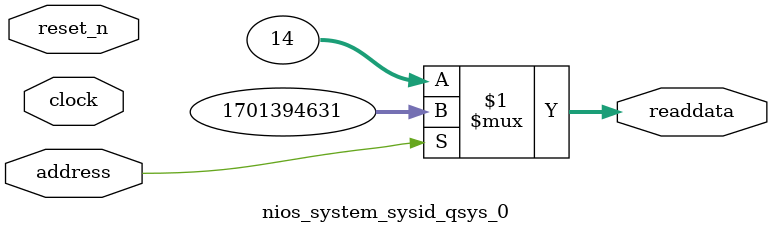
<source format=v>



// synthesis translate_off
`timescale 1ns / 1ps
// synthesis translate_on

// turn off superfluous verilog processor warnings 
// altera message_level Level1 
// altera message_off 10034 10035 10036 10037 10230 10240 10030 

module nios_system_sysid_qsys_0 (
               // inputs:
                address,
                clock,
                reset_n,

               // outputs:
                readdata
             )
;

  output  [ 31: 0] readdata;
  input            address;
  input            clock;
  input            reset_n;

  wire    [ 31: 0] readdata;
  //control_slave, which is an e_avalon_slave
  assign readdata = address ? 1701394631 : 14;

endmodule



</source>
